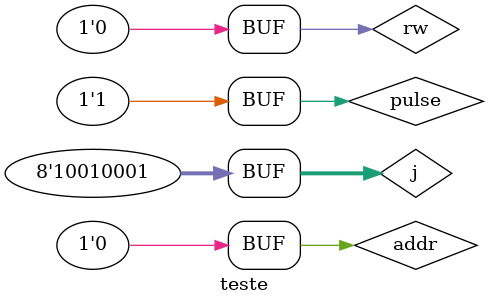
<source format=v>

`include "jkff.v"
module result ( output [3:0] s, input [3:0] a, input [3:0] b, input c );
	wire [3:0] a1, b1;
	wire n;
	
	not ( n, c );
	and ( a1[0], a[0], n );
	and ( a1[1], a[1], n );
	and ( a1[2], a[2], n );
	and ( a1[3], a[3], n );
	
	and ( b1[0], b[0], c );
	and ( b1[1], b[1], c );
	and ( b1[2], b[2], c );
	and ( b1[3], b[3], c );
	
	or ( s[0], a1[0], b1[0] );
	or ( s[1], a1[1], b1[1] );
	or ( s[2], a1[2], b1[2] );
	or ( s[3], a1[3], b1[3] );	
endmodule

module teste;
	wire clk;
	wire [3:0] s0, s1, s;
	wire [3:0] n;
	reg  [7:0] j;
	reg addr, rw;
	reg pulse;

	initial begin
		j = 8'b11111111; addr = 0; rw = 0; pulse = 1;
	end

	jkff JKFF03 ( s0[3], n[3], j[3], ~j[3], pulse & ~addr & ~rw );
	jkff JKFF02 ( s0[2], n[2], j[2], ~j[2], pulse & ~addr & ~rw );
	jkff JKFF01 ( s0[1], n[1], j[1], ~j[1], pulse & ~addr & ~rw );
	jkff JKFF00 ( s0[0], n[0], j[0], ~j[0], pulse & ~addr & ~rw );
	
	jkff JKFF13 ( s1[3], n[3], j[7], ~j[7], pulse & ~addr & ~rw );
	jkff JKFF12 ( s1[2], n[2], j[6], ~j[6], pulse & ~addr & ~rw );
	jkff JKFF11 ( s1[1], n[1], j[5], ~j[5], pulse & ~addr & ~rw );
	jkff JKFF10 ( s1[0], n[0], j[4], ~j[4], pulse & ~addr & ~rw );
	
	//result rs ( s, s0, s1, addr );
	
	initial begin
		$monitor ( "%d %4b_%4b", $time, s1, s0 );
		#1 pulse = 0; j= 8'b0000_0000;
		#1 pulse = 1;
		#1 pulse = 0; j= 8'b0101_1001;
		#1 pulse = 1;
		#1 pulse = 0; j= 8'b1001_1010;
		#1 pulse = 1;
		#1 pulse = 0; j= 8'b0011_1000;
		#1 pulse = 1;
		#1 pulse = 0; j= 8'b1111_1111;
		#1 pulse = 1;
		#1 pulse = 0; j= 8'b0010_0100;
		#1 pulse = 1;
		#1 pulse = 0; j= 8'b1010_1010;
		#1 pulse = 1;
		#1 pulse = 0; j= 8'b1001_0001;
		#1 pulse = 1;
end

endmodule

</source>
